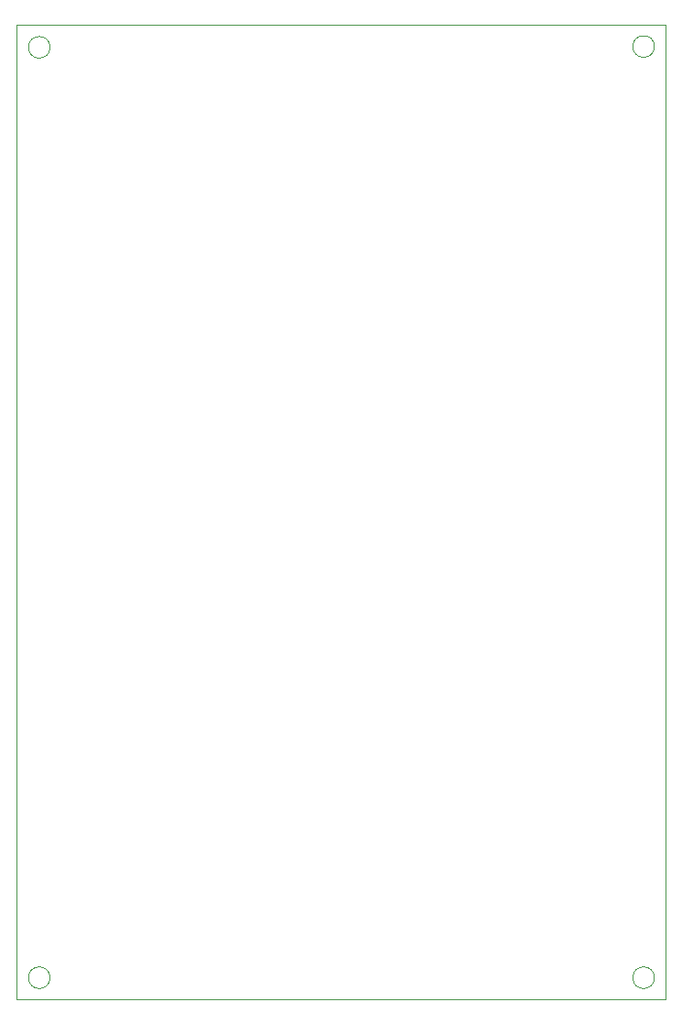
<source format=gm1>
G04 #@! TF.GenerationSoftware,KiCad,Pcbnew,(5.1.9-0-10_14)*
G04 #@! TF.CreationDate,2023-01-31T12:43:28+01:00*
G04 #@! TF.ProjectId,outdoor,6f757464-6f6f-4722-9e6b-696361645f70,rev?*
G04 #@! TF.SameCoordinates,Original*
G04 #@! TF.FileFunction,Profile,NP*
%FSLAX46Y46*%
G04 Gerber Fmt 4.6, Leading zero omitted, Abs format (unit mm)*
G04 Created by KiCad (PCBNEW (5.1.9-0-10_14)) date 2023-01-31 12:43:28*
%MOMM*%
%LPD*%
G01*
G04 APERTURE LIST*
G04 #@! TA.AperFunction,Profile*
%ADD10C,0.050000*%
G04 #@! TD*
G04 APERTURE END LIST*
D10*
X40000000Y-170000000D02*
X40000000Y-80000000D01*
X100000000Y-170000000D02*
X40000000Y-170000000D01*
X100000000Y-80000000D02*
X100000000Y-170000000D01*
X40000000Y-80000000D02*
X100000000Y-80000000D01*
X43101994Y-82072699D02*
G75*
G03*
X43101994Y-82072699I-1000000J0D01*
G01*
X43101994Y-168000000D02*
G75*
G03*
X43101994Y-168000000I-1000000J0D01*
G01*
X99000000Y-168000000D02*
G75*
G03*
X99000000Y-168000000I-1000000J0D01*
G01*
X99000000Y-82000000D02*
G75*
G03*
X99000000Y-82000000I-1000000J0D01*
G01*
M02*

</source>
